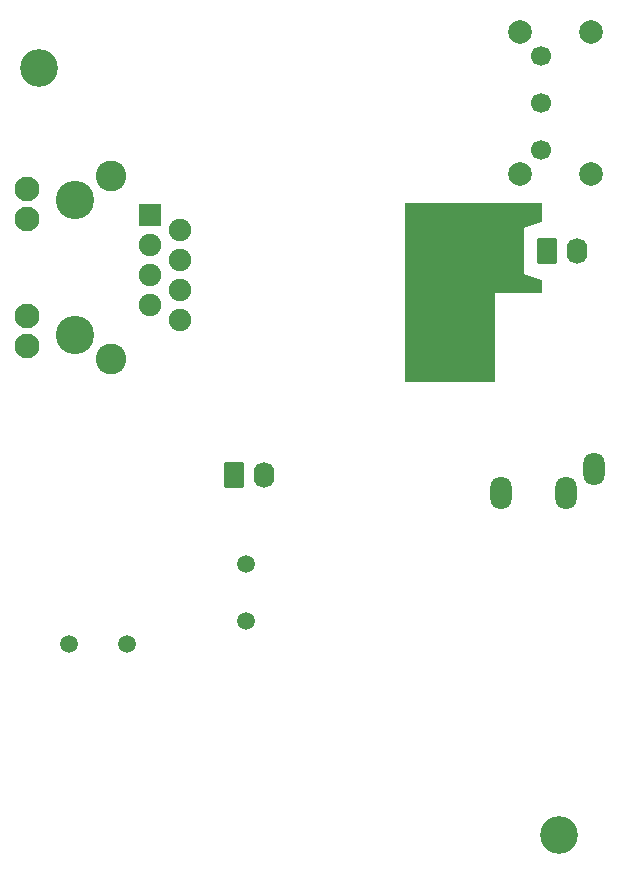
<source format=gbr>
%TF.GenerationSoftware,KiCad,Pcbnew,(5.99.0-8361-gd4c36230d2)*%
%TF.CreationDate,2021-01-14T14:19:16+01:00*%
%TF.ProjectId,mp3,6d70332e-6b69-4636-9164-5f7063625858,rev?*%
%TF.SameCoordinates,PXae85bc0PY7459280*%
%TF.FileFunction,Soldermask,Bot*%
%TF.FilePolarity,Negative*%
%FSLAX46Y46*%
G04 Gerber Fmt 4.6, Leading zero omitted, Abs format (unit mm)*
G04 Created by KiCad (PCBNEW (5.99.0-8361-gd4c36230d2)) date 2021-01-14 14:19:16*
%MOMM*%
%LPD*%
G01*
G04 APERTURE LIST*
G04 Aperture macros list*
%AMRoundRect*
0 Rectangle with rounded corners*
0 $1 Rounding radius*
0 $2 $3 $4 $5 $6 $7 $8 $9 X,Y pos of 4 corners*
0 Add a 4 corners polygon primitive as box body*
4,1,4,$2,$3,$4,$5,$6,$7,$8,$9,$2,$3,0*
0 Add four circle primitives for the rounded corners*
1,1,$1+$1,$2,$3*
1,1,$1+$1,$4,$5*
1,1,$1+$1,$6,$7*
1,1,$1+$1,$8,$9*
0 Add four rect primitives between the rounded corners*
20,1,$1+$1,$2,$3,$4,$5,0*
20,1,$1+$1,$4,$5,$6,$7,0*
20,1,$1+$1,$6,$7,$8,$9,0*
20,1,$1+$1,$8,$9,$2,$3,0*%
G04 Aperture macros list end*
%ADD10C,0.100000*%
%ADD11C,2.000000*%
%ADD12C,1.700000*%
%ADD13C,3.200000*%
%ADD14C,1.500000*%
%ADD15O,1.800000X2.800000*%
%ADD16C,3.250000*%
%ADD17R,1.900000X1.900000*%
%ADD18C,1.900000*%
%ADD19C,2.100000*%
%ADD20C,2.600000*%
%ADD21RoundRect,0.250000X-0.620000X-0.845000X0.620000X-0.845000X0.620000X0.845000X-0.620000X0.845000X0*%
%ADD22O,1.740000X2.190000*%
G04 APERTURE END LIST*
D10*
X-6500000Y57000000D02*
X-8000000Y56500000D01*
X-8000000Y56500000D02*
X-8000000Y52500000D01*
X-8000000Y52500000D02*
X-6500000Y52000000D01*
X-6500000Y52000000D02*
X-6500000Y51000000D01*
X-6500000Y51000000D02*
X-10500000Y51000000D01*
X-10500000Y51000000D02*
X-10500000Y43500000D01*
X-10500000Y43500000D02*
X-18000000Y43500000D01*
X-18000000Y43500000D02*
X-18000000Y58500000D01*
X-18000000Y58500000D02*
X-17000000Y58500000D01*
X-17000000Y58500000D02*
X-6500000Y58500000D01*
X-6500000Y58500000D02*
X-6500000Y57000000D01*
G36*
X-6500000Y57000000D02*
G01*
X-8000000Y56500000D01*
X-8000000Y52500000D01*
X-6500000Y52000000D01*
X-6500000Y51000000D01*
X-10500000Y51000000D01*
X-10500000Y43500000D01*
X-18000000Y43500000D01*
X-18000000Y58500000D01*
X-6500000Y58500000D01*
X-6500000Y57000000D01*
G37*
X-6500000Y57000000D02*
X-8000000Y56500000D01*
X-8000000Y52500000D01*
X-6500000Y52000000D01*
X-6500000Y51000000D01*
X-10500000Y51000000D01*
X-10500000Y43500000D01*
X-18000000Y43500000D01*
X-18000000Y58500000D01*
X-6500000Y58500000D01*
X-6500000Y57000000D01*
D11*
%TO.C,SW1*%
X-8250000Y61000000D03*
X-2250000Y73000000D03*
X-2250000Y61000000D03*
X-8250000Y73000000D03*
D12*
X-6500000Y63000000D03*
X-6500000Y67000000D03*
X-6500000Y71000000D03*
%TD*%
D13*
%TO.C,H2*%
X-5000000Y5000000D03*
%TD*%
D14*
%TO.C,Y1*%
X-31500000Y28000000D03*
X-31500000Y23120000D03*
%TD*%
D13*
%TO.C,H1*%
X-49000000Y70000000D03*
%TD*%
D15*
%TO.C,J4*%
X-9900000Y34000000D03*
X-2000000Y36000000D03*
X-4400000Y34000000D03*
%TD*%
D16*
%TO.C,J6*%
X-45950000Y47340000D03*
X-45950000Y58770000D03*
D17*
X-39600000Y57500000D03*
D18*
X-37060000Y56230000D03*
X-39600000Y54960000D03*
X-37060000Y53690000D03*
X-39600000Y52420000D03*
X-37060000Y51150000D03*
X-39600000Y49880000D03*
X-37060000Y48610000D03*
D19*
X-50010000Y59680000D03*
X-50010000Y57140000D03*
X-50010000Y48970000D03*
X-50010000Y46430000D03*
D20*
X-42900000Y45310000D03*
X-42900000Y60800000D03*
%TD*%
D14*
%TO.C,Y2*%
X-41576000Y21228000D03*
X-46456000Y21228000D03*
%TD*%
D21*
%TO.C,J2*%
X-32500000Y35500000D03*
D22*
X-29960000Y35500000D03*
%TD*%
D21*
%TO.C,J3*%
X-6000000Y54500000D03*
D22*
X-3460000Y54500000D03*
%TD*%
M02*

</source>
